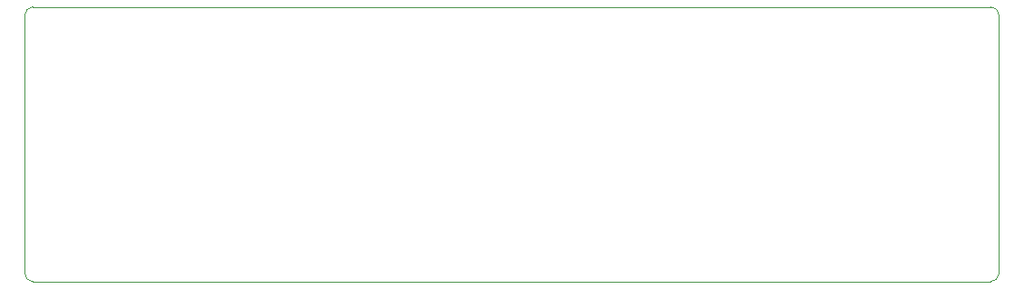
<source format=gbr>
%TF.GenerationSoftware,KiCad,Pcbnew,5.1.9+dfsg1-1*%
%TF.CreationDate,2021-03-30T03:15:21-07:00*%
%TF.ProjectId,hygrometer_connector_board,68796772-6f6d-4657-9465-725f636f6e6e,1.0*%
%TF.SameCoordinates,Original*%
%TF.FileFunction,Profile,NP*%
%FSLAX46Y46*%
G04 Gerber Fmt 4.6, Leading zero omitted, Abs format (unit mm)*
G04 Created by KiCad (PCBNEW 5.1.9+dfsg1-1) date 2021-03-30 03:15:21*
%MOMM*%
%LPD*%
G01*
G04 APERTURE LIST*
%TA.AperFunction,Profile*%
%ADD10C,0.100000*%
%TD*%
G04 APERTURE END LIST*
D10*
X101250000Y-126000000D02*
G75*
G02*
X100500000Y-125250000I0J750000D01*
G01*
X191500000Y-125250000D02*
G75*
G02*
X190750000Y-126000000I-750000J0D01*
G01*
X190750000Y-100250000D02*
G75*
G02*
X191500000Y-101000000I0J-750000D01*
G01*
X100500000Y-101000000D02*
G75*
G02*
X101250000Y-100250000I750000J0D01*
G01*
X191500000Y-101000000D02*
X191500000Y-125250000D01*
X101250000Y-100250000D02*
X190750000Y-100250000D01*
X100500000Y-125250000D02*
X100500000Y-101000000D01*
X190750000Y-126000000D02*
X101250000Y-126000000D01*
M02*

</source>
